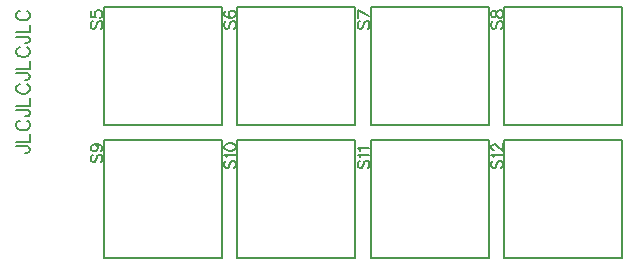
<source format=gto>
G04 Layer: TopSilkscreenLayer*
G04 EasyEDA v6.5.29, 2023-07-18 10:20:05*
G04 5756727701dd48799c60270c1c1368c4,5a6b42c53f6a479593ecc07194224c93,10*
G04 Gerber Generator version 0.2*
G04 Scale: 100 percent, Rotated: No, Reflected: No *
G04 Dimensions in millimeters *
G04 leading zeros omitted , absolute positions ,4 integer and 5 decimal *
%FSLAX45Y45*%
%MOMM*%

%ADD10C,0.2032*%
%ADD11C,0.1524*%
%ADD12C,0.1999*%

%LPD*%
D10*
X-1408973Y-437085D02*
G01*
X-1321597Y-437085D01*
X-1305341Y-442673D01*
X-1299753Y-448007D01*
X-1294419Y-458929D01*
X-1294419Y-469851D01*
X-1299753Y-480773D01*
X-1305341Y-486361D01*
X-1321597Y-491695D01*
X-1332519Y-491695D01*
X-1408973Y-401271D02*
G01*
X-1294419Y-401271D01*
X-1294419Y-401271D02*
G01*
X-1294419Y-335739D01*
X-1381541Y-217883D02*
G01*
X-1392463Y-223217D01*
X-1403385Y-234139D01*
X-1408973Y-245061D01*
X-1408973Y-266905D01*
X-1403385Y-277827D01*
X-1392463Y-288749D01*
X-1381541Y-294337D01*
X-1365285Y-299671D01*
X-1338107Y-299671D01*
X-1321597Y-294337D01*
X-1310675Y-288749D01*
X-1299753Y-277827D01*
X-1294419Y-266905D01*
X-1294419Y-245061D01*
X-1299753Y-234139D01*
X-1310675Y-223217D01*
X-1321597Y-217883D01*
X-1408973Y-127459D02*
G01*
X-1321597Y-127459D01*
X-1305341Y-132793D01*
X-1299753Y-138127D01*
X-1294419Y-149049D01*
X-1294419Y-159971D01*
X-1299753Y-170893D01*
X-1305341Y-176481D01*
X-1321597Y-181815D01*
X-1332519Y-181815D01*
X-1408973Y-91391D02*
G01*
X-1294419Y-91391D01*
X-1294419Y-91391D02*
G01*
X-1294419Y-25859D01*
X-1381541Y91996D02*
G01*
X-1392463Y86408D01*
X-1403385Y75486D01*
X-1408973Y64564D01*
X-1408973Y42974D01*
X-1403385Y32052D01*
X-1392463Y21130D01*
X-1381541Y15542D01*
X-1365285Y10208D01*
X-1338107Y10208D01*
X-1321597Y15542D01*
X-1310675Y21130D01*
X-1299753Y32052D01*
X-1294419Y42974D01*
X-1294419Y64564D01*
X-1299753Y75486D01*
X-1310675Y86408D01*
X-1321597Y91996D01*
X-1408973Y182420D02*
G01*
X-1321597Y182420D01*
X-1305341Y177086D01*
X-1299753Y171498D01*
X-1294419Y160576D01*
X-1294419Y149654D01*
X-1299753Y138732D01*
X-1305341Y133398D01*
X-1321597Y128064D01*
X-1332519Y128064D01*
X-1408973Y218488D02*
G01*
X-1294419Y218488D01*
X-1294419Y218488D02*
G01*
X-1294419Y284020D01*
X-1381541Y401876D02*
G01*
X-1392463Y396288D01*
X-1403385Y385366D01*
X-1408973Y374444D01*
X-1408973Y352600D01*
X-1403385Y341678D01*
X-1392463Y330756D01*
X-1381541Y325422D01*
X-1365285Y319834D01*
X-1338107Y319834D01*
X-1321597Y325422D01*
X-1310675Y330756D01*
X-1299753Y341678D01*
X-1294419Y352600D01*
X-1294419Y374444D01*
X-1299753Y385366D01*
X-1310675Y396288D01*
X-1321597Y401876D01*
X-1408973Y492300D02*
G01*
X-1321597Y492300D01*
X-1305341Y486966D01*
X-1299753Y481378D01*
X-1294419Y470456D01*
X-1294419Y459534D01*
X-1299753Y448612D01*
X-1305341Y443278D01*
X-1321597Y437690D01*
X-1332519Y437690D01*
X-1408973Y528368D02*
G01*
X-1294419Y528368D01*
X-1294419Y528368D02*
G01*
X-1294419Y593646D01*
X-1381541Y711502D02*
G01*
X-1392463Y706168D01*
X-1403385Y695246D01*
X-1408973Y684324D01*
X-1408973Y662480D01*
X-1403385Y651558D01*
X-1392463Y640636D01*
X-1381541Y635302D01*
X-1365285Y629714D01*
X-1338107Y629714D01*
X-1321597Y635302D01*
X-1310675Y640636D01*
X-1299753Y651558D01*
X-1294419Y662480D01*
X-1294419Y684324D01*
X-1299753Y695246D01*
X-1310675Y706168D01*
X-1321597Y711502D01*
D11*
X2626278Y-558543D02*
G01*
X2617388Y-567687D01*
X2612816Y-581403D01*
X2612816Y-599691D01*
X2617388Y-613153D01*
X2626278Y-622297D01*
X2635422Y-622297D01*
X2644566Y-617725D01*
X2649138Y-613153D01*
X2653710Y-604009D01*
X2662854Y-576831D01*
X2667172Y-567687D01*
X2671744Y-563115D01*
X2680888Y-558543D01*
X2694604Y-558543D01*
X2703748Y-567687D01*
X2708320Y-581403D01*
X2708320Y-599691D01*
X2703748Y-613153D01*
X2694604Y-622297D01*
X2630850Y-528571D02*
G01*
X2626278Y-519681D01*
X2612816Y-505965D01*
X2708320Y-505965D01*
X2635422Y-471421D02*
G01*
X2630850Y-471421D01*
X2621960Y-466849D01*
X2617388Y-462277D01*
X2612816Y-453133D01*
X2612816Y-435099D01*
X2617388Y-425955D01*
X2621960Y-421383D01*
X2630850Y-416811D01*
X2639994Y-416811D01*
X2649138Y-421383D01*
X2662854Y-430527D01*
X2708320Y-475993D01*
X2708320Y-412239D01*
X1495973Y-558543D02*
G01*
X1487088Y-567687D01*
X1482511Y-581403D01*
X1482511Y-599691D01*
X1487088Y-613153D01*
X1495973Y-622297D01*
X1505122Y-622297D01*
X1514261Y-617725D01*
X1518838Y-613153D01*
X1523408Y-604009D01*
X1532554Y-576831D01*
X1536872Y-567687D01*
X1541439Y-563115D01*
X1550588Y-558543D01*
X1564304Y-558543D01*
X1573443Y-567687D01*
X1578020Y-581403D01*
X1578020Y-599691D01*
X1573443Y-613153D01*
X1564304Y-622297D01*
X1500545Y-528571D02*
G01*
X1495973Y-519681D01*
X1482511Y-505965D01*
X1578020Y-505965D01*
X1500545Y-475993D02*
G01*
X1495973Y-466849D01*
X1482511Y-453133D01*
X1578020Y-453133D01*
X365676Y-558545D02*
G01*
X356786Y-567689D01*
X352214Y-581405D01*
X352214Y-599694D01*
X356786Y-613155D01*
X365676Y-622300D01*
X374820Y-622300D01*
X383964Y-617728D01*
X388536Y-613155D01*
X393108Y-604012D01*
X402252Y-576834D01*
X406570Y-567689D01*
X411142Y-563118D01*
X420286Y-558545D01*
X434002Y-558545D01*
X443146Y-567689D01*
X447718Y-581405D01*
X447718Y-599694D01*
X443146Y-613155D01*
X434002Y-622300D01*
X370248Y-528573D02*
G01*
X365676Y-519684D01*
X352214Y-505968D01*
X447718Y-505968D01*
X352214Y-448563D02*
G01*
X356786Y-462279D01*
X370248Y-471423D01*
X393108Y-475995D01*
X406570Y-475995D01*
X429430Y-471423D01*
X443146Y-462279D01*
X447718Y-448563D01*
X447718Y-439673D01*
X443146Y-425957D01*
X429430Y-416813D01*
X406570Y-412242D01*
X393108Y-412242D01*
X370248Y-416813D01*
X356786Y-425957D01*
X352214Y-439673D01*
X352214Y-448563D01*
X-764623Y-507745D02*
G01*
X-773513Y-516889D01*
X-778085Y-530605D01*
X-778085Y-548894D01*
X-773513Y-562355D01*
X-764623Y-571500D01*
X-755479Y-571500D01*
X-746335Y-566928D01*
X-741763Y-562355D01*
X-737191Y-553212D01*
X-728047Y-526034D01*
X-723729Y-516889D01*
X-719157Y-512318D01*
X-710013Y-507745D01*
X-696297Y-507745D01*
X-687153Y-516889D01*
X-682581Y-530605D01*
X-682581Y-548894D01*
X-687153Y-562355D01*
X-696297Y-571500D01*
X-746335Y-418845D02*
G01*
X-732619Y-423418D01*
X-723729Y-432307D01*
X-719157Y-446023D01*
X-719157Y-450595D01*
X-723729Y-464312D01*
X-732619Y-473202D01*
X-746335Y-477773D01*
X-750907Y-477773D01*
X-764623Y-473202D01*
X-773513Y-464312D01*
X-778085Y-450595D01*
X-778085Y-446023D01*
X-773513Y-432307D01*
X-764623Y-423418D01*
X-746335Y-418845D01*
X-723729Y-418845D01*
X-700869Y-423418D01*
X-687153Y-432307D01*
X-682581Y-446023D01*
X-682581Y-455168D01*
X-687153Y-468884D01*
X-696297Y-473202D01*
X-764608Y622401D02*
G01*
X-773498Y613257D01*
X-778070Y599795D01*
X-778070Y581507D01*
X-773498Y567791D01*
X-764608Y558901D01*
X-755464Y558901D01*
X-746320Y563219D01*
X-741748Y567791D01*
X-737176Y576935D01*
X-728032Y604367D01*
X-723714Y613257D01*
X-719142Y617829D01*
X-709998Y622401D01*
X-696282Y622401D01*
X-687138Y613257D01*
X-682820Y599795D01*
X-682820Y581507D01*
X-687138Y567791D01*
X-696282Y558901D01*
X-778070Y706983D02*
G01*
X-778070Y661517D01*
X-737176Y656945D01*
X-741748Y661517D01*
X-746320Y675233D01*
X-746320Y688695D01*
X-741748Y702411D01*
X-732604Y711555D01*
X-719142Y716127D01*
X-709998Y716127D01*
X-696282Y711555D01*
X-687138Y702411D01*
X-682820Y688695D01*
X-682820Y675233D01*
X-687138Y661517D01*
X-691710Y656945D01*
X-700854Y652373D01*
X365673Y622551D02*
G01*
X356783Y613407D01*
X352211Y599691D01*
X352211Y581403D01*
X356783Y567941D01*
X365673Y558797D01*
X374817Y558797D01*
X383961Y563369D01*
X388533Y567941D01*
X393105Y577085D01*
X402249Y604263D01*
X406567Y613407D01*
X411139Y617979D01*
X420283Y622551D01*
X433999Y622551D01*
X443143Y613407D01*
X447715Y599691D01*
X447715Y581403D01*
X443143Y567941D01*
X433999Y558797D01*
X365673Y706879D02*
G01*
X356783Y702307D01*
X352211Y688845D01*
X352211Y679701D01*
X356783Y665985D01*
X370245Y657095D01*
X393105Y652523D01*
X415711Y652523D01*
X433999Y657095D01*
X443143Y665985D01*
X447715Y679701D01*
X447715Y684273D01*
X443143Y697989D01*
X433999Y706879D01*
X420283Y711451D01*
X415711Y711451D01*
X402249Y706879D01*
X393105Y697989D01*
X388533Y684273D01*
X388533Y679701D01*
X393105Y665985D01*
X402249Y657095D01*
X415711Y652523D01*
X1495973Y622554D02*
G01*
X1487081Y613410D01*
X1482509Y599694D01*
X1482509Y581405D01*
X1487081Y567944D01*
X1495973Y558800D01*
X1505115Y558800D01*
X1514259Y563371D01*
X1518831Y567944D01*
X1523405Y577087D01*
X1532547Y604265D01*
X1536865Y613410D01*
X1541439Y617981D01*
X1550581Y622554D01*
X1564297Y622554D01*
X1573441Y613410D01*
X1578013Y599694D01*
X1578013Y581405D01*
X1573441Y567944D01*
X1564297Y558800D01*
X1482509Y716026D02*
G01*
X1578013Y670560D01*
X1482509Y652526D02*
G01*
X1482509Y716026D01*
X2626271Y622554D02*
G01*
X2617381Y613410D01*
X2612809Y599694D01*
X2612809Y581405D01*
X2617381Y567944D01*
X2626271Y558800D01*
X2635415Y558800D01*
X2644559Y563371D01*
X2649131Y567944D01*
X2653703Y577087D01*
X2662847Y604265D01*
X2667165Y613410D01*
X2671737Y617981D01*
X2680881Y622554D01*
X2694597Y622554D01*
X2703741Y613410D01*
X2708313Y599694D01*
X2708313Y581405D01*
X2703741Y567944D01*
X2694597Y558800D01*
X2612809Y675131D02*
G01*
X2617381Y661415D01*
X2626271Y657097D01*
X2635415Y657097D01*
X2644559Y661415D01*
X2649131Y670560D01*
X2653703Y688847D01*
X2658275Y702310D01*
X2667165Y711454D01*
X2676309Y716026D01*
X2690025Y716026D01*
X2699169Y711454D01*
X2703741Y706881D01*
X2708313Y693420D01*
X2708313Y675131D01*
X2703741Y661415D01*
X2699169Y657097D01*
X2690025Y652526D01*
X2676309Y652526D01*
X2667165Y657097D01*
X2658275Y665987D01*
X2653703Y679704D01*
X2649131Y697992D01*
X2644559Y706881D01*
X2635415Y711454D01*
X2626271Y711454D01*
X2617381Y706881D01*
X2612809Y693420D01*
X2612809Y675131D01*
D12*
X2721676Y-385813D02*
G01*
X2721676Y-1385811D01*
X3721674Y-1385811D01*
X3721674Y-385813D01*
X2721676Y-385813D01*
X1591376Y-385813D02*
G01*
X1591376Y-1385811D01*
X2591374Y-1385811D01*
X2591374Y-385813D01*
X1591376Y-385813D01*
X461078Y-385813D02*
G01*
X461078Y-1385811D01*
X1461076Y-1385811D01*
X1461076Y-385813D01*
X461078Y-385813D01*
X-669218Y-385813D02*
G01*
X-669218Y-1385811D01*
X330779Y-1385811D01*
X330779Y-385813D01*
X-669218Y-385813D01*
X-669218Y744484D02*
G01*
X-669218Y-255513D01*
X330779Y-255513D01*
X330779Y744484D01*
X-669218Y744484D01*
X461081Y744484D02*
G01*
X461081Y-255513D01*
X1461079Y-255513D01*
X1461079Y744484D01*
X461081Y744484D01*
X1591381Y744484D02*
G01*
X1591381Y-255513D01*
X2591379Y-255513D01*
X2591379Y744484D01*
X1591381Y744484D01*
X2721678Y744484D02*
G01*
X2721678Y-255513D01*
X3721676Y-255513D01*
X3721676Y744484D01*
X2721678Y744484D01*
M02*

</source>
